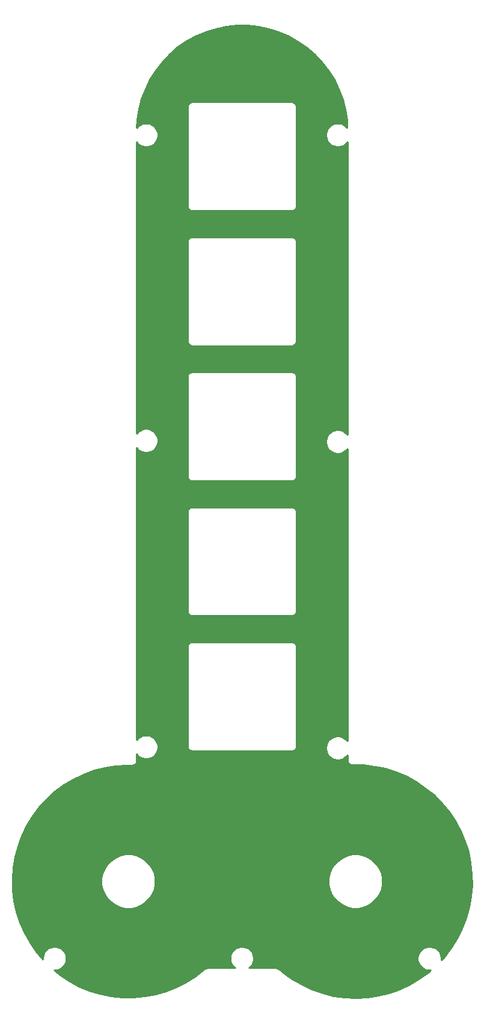
<source format=gbr>
%TF.GenerationSoftware,KiCad,Pcbnew,(5.1.6)-1*%
%TF.CreationDate,2021-02-24T16:46:43-06:00*%
%TF.ProjectId,PR-TopPlate,50522d54-6f70-4506-9c61-74652e6b6963,rev?*%
%TF.SameCoordinates,Original*%
%TF.FileFunction,Copper,L2,Bot*%
%TF.FilePolarity,Positive*%
%FSLAX46Y46*%
G04 Gerber Fmt 4.6, Leading zero omitted, Abs format (unit mm)*
G04 Created by KiCad (PCBNEW (5.1.6)-1) date 2021-02-24 16:46:43*
%MOMM*%
%LPD*%
G01*
G04 APERTURE LIST*
%TA.AperFunction,NonConductor*%
%ADD10C,0.254000*%
%TD*%
G04 APERTURE END LIST*
D10*
G36*
X139772696Y20419104D02*
G01*
X141266308Y20265153D01*
X142736707Y19961055D01*
X144168856Y19509917D01*
X145548078Y18916363D01*
X146860267Y18186463D01*
X148091965Y17327705D01*
X149230577Y16348868D01*
X150264447Y15259974D01*
X151182982Y14072179D01*
X151976780Y12797642D01*
X152637715Y11449412D01*
X153159019Y10041289D01*
X153535357Y8587684D01*
X153762945Y7103024D01*
X153818892Y6035499D01*
X153798658Y6065781D01*
X153565781Y6298658D01*
X153291947Y6481628D01*
X152987678Y6607660D01*
X152664669Y6671910D01*
X152335331Y6671910D01*
X152012322Y6607660D01*
X151708053Y6481628D01*
X151434219Y6298658D01*
X151201342Y6065781D01*
X151018372Y5791947D01*
X150892340Y5487678D01*
X150828090Y5164669D01*
X150828090Y4835331D01*
X150892340Y4512322D01*
X151018372Y4208053D01*
X151201342Y3934219D01*
X151434219Y3701342D01*
X151708053Y3518372D01*
X152012322Y3392340D01*
X152335331Y3328090D01*
X152664669Y3328090D01*
X152987678Y3392340D01*
X153291947Y3518372D01*
X153565781Y3701342D01*
X153798658Y3934219D01*
X153840001Y3996093D01*
X153839995Y-37146085D01*
X153798658Y-37084219D01*
X153565781Y-36851342D01*
X153291947Y-36668372D01*
X152987678Y-36542340D01*
X152664669Y-36478090D01*
X152335331Y-36478090D01*
X152012322Y-36542340D01*
X151708053Y-36668372D01*
X151434219Y-36851342D01*
X151201342Y-37084219D01*
X151018372Y-37358053D01*
X150892340Y-37662322D01*
X150828090Y-37985331D01*
X150828090Y-38314669D01*
X150892340Y-38637678D01*
X151018372Y-38941947D01*
X151201342Y-39215781D01*
X151434219Y-39448658D01*
X151708053Y-39631628D01*
X152012322Y-39757660D01*
X152335331Y-39821910D01*
X152664669Y-39821910D01*
X152987678Y-39757660D01*
X153291947Y-39631628D01*
X153565781Y-39448658D01*
X153798658Y-39215781D01*
X153839995Y-39153916D01*
X153839989Y-80246076D01*
X153798658Y-80184219D01*
X153565781Y-79951342D01*
X153291947Y-79768372D01*
X152987678Y-79642340D01*
X152664669Y-79578090D01*
X152335331Y-79578090D01*
X152012322Y-79642340D01*
X151708053Y-79768372D01*
X151434219Y-79951342D01*
X151201342Y-80184219D01*
X151018372Y-80458053D01*
X150892340Y-80762322D01*
X150828090Y-81085331D01*
X150828090Y-81414669D01*
X150892340Y-81737678D01*
X151018372Y-82041947D01*
X151201342Y-82315781D01*
X151434219Y-82548658D01*
X151708053Y-82731628D01*
X152012322Y-82857660D01*
X152335331Y-82921910D01*
X152664669Y-82921910D01*
X152987678Y-82857660D01*
X153291947Y-82731628D01*
X153565781Y-82548658D01*
X153798658Y-82315781D01*
X153839989Y-82253925D01*
X153839989Y-82993861D01*
X153849539Y-83090825D01*
X153887279Y-83215235D01*
X153948564Y-83329892D01*
X154031041Y-83430390D01*
X154131539Y-83512867D01*
X154246196Y-83574152D01*
X154370606Y-83611892D01*
X154499989Y-83624635D01*
X154526257Y-83622048D01*
X156091350Y-83651254D01*
X157653284Y-83831123D01*
X159190798Y-84159869D01*
X160689701Y-84634460D01*
X162136236Y-85250537D01*
X163517054Y-86002417D01*
X164819448Y-86883180D01*
X166031441Y-87884728D01*
X167141847Y-88997815D01*
X168140463Y-90212213D01*
X169018081Y-91516728D01*
X169766632Y-92899358D01*
X170379215Y-94347366D01*
X170850194Y-95847425D01*
X171175228Y-97385711D01*
X171351329Y-98948076D01*
X171376874Y-100520123D01*
X171251625Y-102087396D01*
X170976742Y-103635417D01*
X170554745Y-105149993D01*
X169989530Y-106617138D01*
X169286300Y-108023352D01*
X168451520Y-109355700D01*
X167492889Y-110601897D01*
X167062413Y-111062412D01*
X167071910Y-111014669D01*
X167071910Y-110685331D01*
X167007660Y-110362322D01*
X166881628Y-110058053D01*
X166698658Y-109784219D01*
X166465781Y-109551342D01*
X166191947Y-109368372D01*
X165887678Y-109242340D01*
X165564669Y-109178090D01*
X165235331Y-109178090D01*
X164912322Y-109242340D01*
X164608053Y-109368372D01*
X164334219Y-109551342D01*
X164101342Y-109784219D01*
X163918372Y-110058053D01*
X163792340Y-110362322D01*
X163728090Y-110685331D01*
X163728090Y-111014669D01*
X163792340Y-111337678D01*
X163918372Y-111641947D01*
X164101342Y-111915781D01*
X164334219Y-112148658D01*
X164608053Y-112331628D01*
X164912322Y-112457660D01*
X165235331Y-112521910D01*
X165545162Y-112521910D01*
X165240421Y-112790868D01*
X163967325Y-113713482D01*
X162611665Y-114509827D01*
X161185918Y-115172572D01*
X159703205Y-115695617D01*
X158177207Y-116074137D01*
X156621935Y-116304657D01*
X155051736Y-116385049D01*
X153481061Y-116314574D01*
X151924369Y-116093881D01*
X150395996Y-115725002D01*
X148910018Y-115211332D01*
X147480123Y-114557609D01*
X146119459Y-113769840D01*
X144834117Y-112850676D01*
X144270130Y-112382491D01*
X144268948Y-112381051D01*
X144168450Y-112298574D01*
X144053793Y-112237289D01*
X143929383Y-112199549D01*
X143832419Y-112189999D01*
X140003909Y-112190000D01*
X140065781Y-112148658D01*
X140298658Y-111915781D01*
X140481628Y-111641947D01*
X140607660Y-111337678D01*
X140671910Y-111014669D01*
X140671910Y-110685331D01*
X140607660Y-110362322D01*
X140481628Y-110058053D01*
X140298658Y-109784219D01*
X140065781Y-109551342D01*
X139791947Y-109368372D01*
X139487678Y-109242340D01*
X139164669Y-109178090D01*
X138835331Y-109178090D01*
X138512322Y-109242340D01*
X138208053Y-109368372D01*
X137934219Y-109551342D01*
X137701342Y-109784219D01*
X137518372Y-110058053D01*
X137392340Y-110362322D01*
X137328090Y-110685331D01*
X137328090Y-111014669D01*
X137392340Y-111337678D01*
X137518372Y-111641947D01*
X137701342Y-111915781D01*
X137934219Y-112148658D01*
X137996092Y-112190000D01*
X134067581Y-112190001D01*
X133970617Y-112199551D01*
X133846207Y-112237291D01*
X133731550Y-112298576D01*
X133687163Y-112335004D01*
X132435254Y-113315599D01*
X131115577Y-114158623D01*
X129721171Y-114871283D01*
X128264875Y-115447016D01*
X126760112Y-115880515D01*
X125220719Y-116167795D01*
X123660872Y-116306209D01*
X122094957Y-116294480D01*
X120537373Y-116132720D01*
X119002445Y-115822413D01*
X117504351Y-115366426D01*
X116056838Y-114768943D01*
X114673265Y-114035479D01*
X113366354Y-113172778D01*
X112560563Y-112521910D01*
X112764669Y-112521910D01*
X113087678Y-112457660D01*
X113391947Y-112331628D01*
X113665781Y-112148658D01*
X113898658Y-111915781D01*
X114081628Y-111641947D01*
X114207660Y-111337678D01*
X114271910Y-111014669D01*
X114271910Y-110685331D01*
X114207660Y-110362322D01*
X114081628Y-110058053D01*
X113898658Y-109784219D01*
X113665781Y-109551342D01*
X113391947Y-109368372D01*
X113087678Y-109242340D01*
X112764669Y-109178090D01*
X112435331Y-109178090D01*
X112112322Y-109242340D01*
X111808053Y-109368372D01*
X111534219Y-109551342D01*
X111301342Y-109784219D01*
X111118372Y-110058053D01*
X110992340Y-110362322D01*
X110928090Y-110685331D01*
X110928090Y-110971582D01*
X110021805Y-109894224D01*
X109133233Y-108604764D01*
X108372343Y-107236078D01*
X107746134Y-105800756D01*
X107260382Y-104312032D01*
X106919555Y-102783611D01*
X106726789Y-101229560D01*
X106683860Y-99664179D01*
X106686578Y-99624594D01*
X119188442Y-99624594D01*
X119188442Y-100375406D01*
X119334919Y-101111790D01*
X119622242Y-101805450D01*
X120039370Y-102429726D01*
X120570274Y-102960630D01*
X121194550Y-103377758D01*
X121888210Y-103665081D01*
X122624594Y-103811558D01*
X123375406Y-103811558D01*
X124111790Y-103665081D01*
X124805450Y-103377758D01*
X125429726Y-102960630D01*
X125960630Y-102429726D01*
X126377758Y-101805450D01*
X126665081Y-101111790D01*
X126811558Y-100375406D01*
X126811558Y-99624594D01*
X151188442Y-99624594D01*
X151188442Y-100375406D01*
X151334919Y-101111790D01*
X151622242Y-101805450D01*
X152039370Y-102429726D01*
X152570274Y-102960630D01*
X153194550Y-103377758D01*
X153888210Y-103665081D01*
X154624594Y-103811558D01*
X155375406Y-103811558D01*
X156111790Y-103665081D01*
X156805450Y-103377758D01*
X157429726Y-102960630D01*
X157960630Y-102429726D01*
X158377758Y-101805450D01*
X158665081Y-101111790D01*
X158811558Y-100375406D01*
X158811558Y-99624594D01*
X158665081Y-98888210D01*
X158377758Y-98194550D01*
X157960630Y-97570274D01*
X157429726Y-97039370D01*
X156805450Y-96622242D01*
X156111790Y-96334919D01*
X155375406Y-96188442D01*
X154624594Y-96188442D01*
X153888210Y-96334919D01*
X153194550Y-96622242D01*
X152570274Y-97039370D01*
X152039370Y-97570274D01*
X151622242Y-98194550D01*
X151334919Y-98888210D01*
X151188442Y-99624594D01*
X126811558Y-99624594D01*
X126665081Y-98888210D01*
X126377758Y-98194550D01*
X125960630Y-97570274D01*
X125429726Y-97039370D01*
X124805450Y-96622242D01*
X124111790Y-96334919D01*
X123375406Y-96188442D01*
X122624594Y-96188442D01*
X121888210Y-96334919D01*
X121194550Y-96622242D01*
X120570274Y-97039370D01*
X120039370Y-97570274D01*
X119622242Y-98194550D01*
X119334919Y-98888210D01*
X119188442Y-99624594D01*
X106686578Y-99624594D01*
X106791164Y-98101890D01*
X107047713Y-96557078D01*
X107451144Y-95043969D01*
X107997737Y-93576504D01*
X108682469Y-92168174D01*
X109499039Y-90831946D01*
X110439914Y-89580141D01*
X111496429Y-88424291D01*
X112658870Y-87375015D01*
X113916543Y-86441976D01*
X115257834Y-85633787D01*
X116670420Y-84957872D01*
X118141277Y-84420462D01*
X119656889Y-84026497D01*
X121203262Y-83779614D01*
X122774843Y-83681540D01*
X123462667Y-83686692D01*
X123497538Y-83690127D01*
X123626921Y-83677388D01*
X123751332Y-83639651D01*
X123865990Y-83578370D01*
X123966491Y-83495895D01*
X124048970Y-83395400D01*
X124110259Y-83280744D01*
X124148002Y-83156335D01*
X124157555Y-83059372D01*
X124157581Y-82100289D01*
X124201342Y-82165781D01*
X124434219Y-82398658D01*
X124708053Y-82581628D01*
X125012322Y-82707660D01*
X125335331Y-82771910D01*
X125664669Y-82771910D01*
X125987678Y-82707660D01*
X126291947Y-82581628D01*
X126565781Y-82398658D01*
X126798658Y-82165781D01*
X126981628Y-81891947D01*
X127107660Y-81587678D01*
X127171910Y-81264669D01*
X127171910Y-80935331D01*
X127107660Y-80612322D01*
X126981628Y-80308053D01*
X126798658Y-80034219D01*
X126565781Y-79801342D01*
X126291947Y-79618372D01*
X125987678Y-79492340D01*
X125664669Y-79428090D01*
X125335331Y-79428090D01*
X125012322Y-79492340D01*
X124708053Y-79618372D01*
X124434219Y-79801342D01*
X124201342Y-80034219D01*
X124157637Y-80099629D01*
X124157997Y-67000000D01*
X131336807Y-67000000D01*
X131340001Y-67032429D01*
X131340000Y-80967581D01*
X131336807Y-81000000D01*
X131349550Y-81129383D01*
X131387290Y-81253793D01*
X131448575Y-81368450D01*
X131531052Y-81468948D01*
X131631550Y-81551425D01*
X131746207Y-81612710D01*
X131870617Y-81650450D01*
X132000000Y-81663193D01*
X132032419Y-81660000D01*
X145967581Y-81660000D01*
X146000000Y-81663193D01*
X146032419Y-81660000D01*
X146129383Y-81650450D01*
X146253793Y-81612710D01*
X146368450Y-81551425D01*
X146468948Y-81468948D01*
X146551425Y-81368450D01*
X146612710Y-81253793D01*
X146650450Y-81129383D01*
X146663193Y-81000000D01*
X146660000Y-80967581D01*
X146660000Y-67032419D01*
X146663193Y-67000000D01*
X146650450Y-66870617D01*
X146612710Y-66746207D01*
X146551425Y-66631550D01*
X146468948Y-66531052D01*
X146368450Y-66448575D01*
X146253793Y-66387290D01*
X146129383Y-66349550D01*
X146032419Y-66340000D01*
X146000000Y-66336807D01*
X145967581Y-66340000D01*
X132032419Y-66340000D01*
X132000000Y-66336807D01*
X131967581Y-66340000D01*
X131870617Y-66349550D01*
X131746207Y-66387290D01*
X131631550Y-66448575D01*
X131531052Y-66531052D01*
X131448575Y-66631550D01*
X131387290Y-66746207D01*
X131349550Y-66870617D01*
X131336807Y-67000000D01*
X124157997Y-67000000D01*
X124158520Y-48000000D01*
X131336807Y-48000000D01*
X131340001Y-48032429D01*
X131340000Y-61967581D01*
X131336807Y-62000000D01*
X131349550Y-62129383D01*
X131387290Y-62253793D01*
X131448575Y-62368450D01*
X131531052Y-62468948D01*
X131631550Y-62551425D01*
X131746207Y-62612710D01*
X131870617Y-62650450D01*
X132000000Y-62663193D01*
X132032419Y-62660000D01*
X145967581Y-62660000D01*
X146000000Y-62663193D01*
X146032419Y-62660000D01*
X146129383Y-62650450D01*
X146253793Y-62612710D01*
X146368450Y-62551425D01*
X146468948Y-62468948D01*
X146551425Y-62368450D01*
X146612710Y-62253793D01*
X146650450Y-62129383D01*
X146663193Y-62000000D01*
X146660000Y-61967581D01*
X146660000Y-48032419D01*
X146663193Y-48000000D01*
X146650450Y-47870617D01*
X146612710Y-47746207D01*
X146551425Y-47631550D01*
X146468948Y-47531052D01*
X146368450Y-47448575D01*
X146253793Y-47387290D01*
X146129383Y-47349550D01*
X146032419Y-47340000D01*
X146000000Y-47336807D01*
X145967581Y-47340000D01*
X132032419Y-47340000D01*
X132000000Y-47336807D01*
X131967581Y-47340000D01*
X131870617Y-47349550D01*
X131746207Y-47387290D01*
X131631550Y-47448575D01*
X131531052Y-47531052D01*
X131448575Y-47631550D01*
X131387290Y-47746207D01*
X131349550Y-47870617D01*
X131336807Y-48000000D01*
X124158520Y-48000000D01*
X124158769Y-39002066D01*
X124201342Y-39065781D01*
X124434219Y-39298658D01*
X124708053Y-39481628D01*
X125012322Y-39607660D01*
X125335331Y-39671910D01*
X125664669Y-39671910D01*
X125987678Y-39607660D01*
X126291947Y-39481628D01*
X126565781Y-39298658D01*
X126798658Y-39065781D01*
X126981628Y-38791947D01*
X127107660Y-38487678D01*
X127171910Y-38164669D01*
X127171910Y-37835331D01*
X127107660Y-37512322D01*
X126981628Y-37208053D01*
X126798658Y-36934219D01*
X126565781Y-36701342D01*
X126291947Y-36518372D01*
X125987678Y-36392340D01*
X125664669Y-36328090D01*
X125335331Y-36328090D01*
X125012322Y-36392340D01*
X124708053Y-36518372D01*
X124434219Y-36701342D01*
X124201342Y-36934219D01*
X124158824Y-36997852D01*
X124159044Y-29000000D01*
X131336807Y-29000000D01*
X131340001Y-29032429D01*
X131340000Y-42967581D01*
X131336807Y-43000000D01*
X131349550Y-43129383D01*
X131387290Y-43253793D01*
X131448575Y-43368450D01*
X131531052Y-43468948D01*
X131631550Y-43551425D01*
X131746207Y-43612710D01*
X131870617Y-43650450D01*
X132000000Y-43663193D01*
X132032419Y-43660000D01*
X145967581Y-43660000D01*
X146000000Y-43663193D01*
X146032419Y-43660000D01*
X146129383Y-43650450D01*
X146253793Y-43612710D01*
X146368450Y-43551425D01*
X146468948Y-43468948D01*
X146551425Y-43368450D01*
X146612710Y-43253793D01*
X146650450Y-43129383D01*
X146663193Y-43000000D01*
X146660000Y-42967581D01*
X146660000Y-29032419D01*
X146663193Y-29000000D01*
X146650450Y-28870617D01*
X146612710Y-28746207D01*
X146551425Y-28631550D01*
X146468948Y-28531052D01*
X146368450Y-28448575D01*
X146253793Y-28387290D01*
X146129383Y-28349550D01*
X146032419Y-28340000D01*
X146000000Y-28336807D01*
X145967581Y-28340000D01*
X132032419Y-28340000D01*
X132000000Y-28336807D01*
X131967581Y-28340000D01*
X131870617Y-28349550D01*
X131746207Y-28387290D01*
X131631550Y-28448575D01*
X131531052Y-28531052D01*
X131448575Y-28631550D01*
X131387290Y-28746207D01*
X131349550Y-28870617D01*
X131336807Y-29000000D01*
X124159044Y-29000000D01*
X124159568Y-10000000D01*
X131336807Y-10000000D01*
X131340001Y-10032429D01*
X131340000Y-23967581D01*
X131336807Y-24000000D01*
X131349550Y-24129383D01*
X131387290Y-24253793D01*
X131448575Y-24368450D01*
X131531052Y-24468948D01*
X131631550Y-24551425D01*
X131746207Y-24612710D01*
X131870617Y-24650450D01*
X132000000Y-24663193D01*
X132032419Y-24660000D01*
X145967581Y-24660000D01*
X146000000Y-24663193D01*
X146032419Y-24660000D01*
X146129383Y-24650450D01*
X146253793Y-24612710D01*
X146368450Y-24551425D01*
X146468948Y-24468948D01*
X146551425Y-24368450D01*
X146612710Y-24253793D01*
X146650450Y-24129383D01*
X146663193Y-24000000D01*
X146660000Y-23967581D01*
X146660000Y-10032419D01*
X146663193Y-10000000D01*
X146650450Y-9870617D01*
X146612710Y-9746207D01*
X146551425Y-9631550D01*
X146468948Y-9531052D01*
X146368450Y-9448575D01*
X146253793Y-9387290D01*
X146129383Y-9349550D01*
X146032419Y-9340000D01*
X146000000Y-9336807D01*
X145967581Y-9340000D01*
X132032419Y-9340000D01*
X132000000Y-9336807D01*
X131967581Y-9340000D01*
X131870617Y-9349550D01*
X131746207Y-9387290D01*
X131631550Y-9448575D01*
X131531052Y-9531052D01*
X131448575Y-9631550D01*
X131387290Y-9746207D01*
X131349550Y-9870617D01*
X131336807Y-10000000D01*
X124159568Y-10000000D01*
X124159954Y3996161D01*
X124201342Y3934219D01*
X124434219Y3701342D01*
X124708053Y3518372D01*
X125012322Y3392340D01*
X125335331Y3328090D01*
X125664669Y3328090D01*
X125987678Y3392340D01*
X126291947Y3518372D01*
X126565781Y3701342D01*
X126798658Y3934219D01*
X126981628Y4208053D01*
X127107660Y4512322D01*
X127171910Y4835331D01*
X127171910Y5164669D01*
X127107660Y5487678D01*
X126981628Y5791947D01*
X126798658Y6065781D01*
X126565781Y6298658D01*
X126291947Y6481628D01*
X125987678Y6607660D01*
X125664669Y6671910D01*
X125335331Y6671910D01*
X125012322Y6607660D01*
X124708053Y6481628D01*
X124434219Y6298658D01*
X124201342Y6065781D01*
X124181789Y6036517D01*
X124241647Y7147213D01*
X124473554Y8630715D01*
X124570329Y9000000D01*
X131336807Y9000000D01*
X131340001Y8967571D01*
X131340000Y-4967581D01*
X131336807Y-5000000D01*
X131349550Y-5129383D01*
X131387290Y-5253793D01*
X131448575Y-5368450D01*
X131531052Y-5468948D01*
X131631550Y-5551425D01*
X131746207Y-5612710D01*
X131870617Y-5650450D01*
X132000000Y-5663193D01*
X132032419Y-5660000D01*
X145967581Y-5660000D01*
X146000000Y-5663193D01*
X146032419Y-5660000D01*
X146129383Y-5650450D01*
X146253793Y-5612710D01*
X146368450Y-5551425D01*
X146468948Y-5468948D01*
X146551425Y-5368450D01*
X146612710Y-5253793D01*
X146650450Y-5129383D01*
X146663193Y-5000000D01*
X146660000Y-4967581D01*
X146660000Y8967581D01*
X146663193Y9000000D01*
X146650450Y9129383D01*
X146612710Y9253793D01*
X146551425Y9368450D01*
X146468948Y9468948D01*
X146368450Y9551425D01*
X146253793Y9612710D01*
X146129383Y9650450D01*
X146032419Y9660000D01*
X146000000Y9663193D01*
X145967581Y9660000D01*
X132032419Y9660000D01*
X132000000Y9663193D01*
X131967581Y9660000D01*
X131870617Y9650450D01*
X131746207Y9612710D01*
X131631550Y9551425D01*
X131531052Y9468948D01*
X131448575Y9368450D01*
X131387290Y9253793D01*
X131349550Y9129383D01*
X131336807Y9000000D01*
X124570329Y9000000D01*
X124854193Y10083191D01*
X125379666Y11489769D01*
X126044591Y12836038D01*
X126842161Y14108220D01*
X127764205Y15293286D01*
X128801292Y16379111D01*
X129942796Y17354571D01*
X131177033Y18209681D01*
X132491371Y18935690D01*
X133872352Y19525160D01*
X135305830Y19972056D01*
X136777122Y20271799D01*
X138271181Y20421327D01*
X139772696Y20419104D01*
G37*
X139772696Y20419104D02*
X141266308Y20265153D01*
X142736707Y19961055D01*
X144168856Y19509917D01*
X145548078Y18916363D01*
X146860267Y18186463D01*
X148091965Y17327705D01*
X149230577Y16348868D01*
X150264447Y15259974D01*
X151182982Y14072179D01*
X151976780Y12797642D01*
X152637715Y11449412D01*
X153159019Y10041289D01*
X153535357Y8587684D01*
X153762945Y7103024D01*
X153818892Y6035499D01*
X153798658Y6065781D01*
X153565781Y6298658D01*
X153291947Y6481628D01*
X152987678Y6607660D01*
X152664669Y6671910D01*
X152335331Y6671910D01*
X152012322Y6607660D01*
X151708053Y6481628D01*
X151434219Y6298658D01*
X151201342Y6065781D01*
X151018372Y5791947D01*
X150892340Y5487678D01*
X150828090Y5164669D01*
X150828090Y4835331D01*
X150892340Y4512322D01*
X151018372Y4208053D01*
X151201342Y3934219D01*
X151434219Y3701342D01*
X151708053Y3518372D01*
X152012322Y3392340D01*
X152335331Y3328090D01*
X152664669Y3328090D01*
X152987678Y3392340D01*
X153291947Y3518372D01*
X153565781Y3701342D01*
X153798658Y3934219D01*
X153840001Y3996093D01*
X153839995Y-37146085D01*
X153798658Y-37084219D01*
X153565781Y-36851342D01*
X153291947Y-36668372D01*
X152987678Y-36542340D01*
X152664669Y-36478090D01*
X152335331Y-36478090D01*
X152012322Y-36542340D01*
X151708053Y-36668372D01*
X151434219Y-36851342D01*
X151201342Y-37084219D01*
X151018372Y-37358053D01*
X150892340Y-37662322D01*
X150828090Y-37985331D01*
X150828090Y-38314669D01*
X150892340Y-38637678D01*
X151018372Y-38941947D01*
X151201342Y-39215781D01*
X151434219Y-39448658D01*
X151708053Y-39631628D01*
X152012322Y-39757660D01*
X152335331Y-39821910D01*
X152664669Y-39821910D01*
X152987678Y-39757660D01*
X153291947Y-39631628D01*
X153565781Y-39448658D01*
X153798658Y-39215781D01*
X153839995Y-39153916D01*
X153839989Y-80246076D01*
X153798658Y-80184219D01*
X153565781Y-79951342D01*
X153291947Y-79768372D01*
X152987678Y-79642340D01*
X152664669Y-79578090D01*
X152335331Y-79578090D01*
X152012322Y-79642340D01*
X151708053Y-79768372D01*
X151434219Y-79951342D01*
X151201342Y-80184219D01*
X151018372Y-80458053D01*
X150892340Y-80762322D01*
X150828090Y-81085331D01*
X150828090Y-81414669D01*
X150892340Y-81737678D01*
X151018372Y-82041947D01*
X151201342Y-82315781D01*
X151434219Y-82548658D01*
X151708053Y-82731628D01*
X152012322Y-82857660D01*
X152335331Y-82921910D01*
X152664669Y-82921910D01*
X152987678Y-82857660D01*
X153291947Y-82731628D01*
X153565781Y-82548658D01*
X153798658Y-82315781D01*
X153839989Y-82253925D01*
X153839989Y-82993861D01*
X153849539Y-83090825D01*
X153887279Y-83215235D01*
X153948564Y-83329892D01*
X154031041Y-83430390D01*
X154131539Y-83512867D01*
X154246196Y-83574152D01*
X154370606Y-83611892D01*
X154499989Y-83624635D01*
X154526257Y-83622048D01*
X156091350Y-83651254D01*
X157653284Y-83831123D01*
X159190798Y-84159869D01*
X160689701Y-84634460D01*
X162136236Y-85250537D01*
X163517054Y-86002417D01*
X164819448Y-86883180D01*
X166031441Y-87884728D01*
X167141847Y-88997815D01*
X168140463Y-90212213D01*
X169018081Y-91516728D01*
X169766632Y-92899358D01*
X170379215Y-94347366D01*
X170850194Y-95847425D01*
X171175228Y-97385711D01*
X171351329Y-98948076D01*
X171376874Y-100520123D01*
X171251625Y-102087396D01*
X170976742Y-103635417D01*
X170554745Y-105149993D01*
X169989530Y-106617138D01*
X169286300Y-108023352D01*
X168451520Y-109355700D01*
X167492889Y-110601897D01*
X167062413Y-111062412D01*
X167071910Y-111014669D01*
X167071910Y-110685331D01*
X167007660Y-110362322D01*
X166881628Y-110058053D01*
X166698658Y-109784219D01*
X166465781Y-109551342D01*
X166191947Y-109368372D01*
X165887678Y-109242340D01*
X165564669Y-109178090D01*
X165235331Y-109178090D01*
X164912322Y-109242340D01*
X164608053Y-109368372D01*
X164334219Y-109551342D01*
X164101342Y-109784219D01*
X163918372Y-110058053D01*
X163792340Y-110362322D01*
X163728090Y-110685331D01*
X163728090Y-111014669D01*
X163792340Y-111337678D01*
X163918372Y-111641947D01*
X164101342Y-111915781D01*
X164334219Y-112148658D01*
X164608053Y-112331628D01*
X164912322Y-112457660D01*
X165235331Y-112521910D01*
X165545162Y-112521910D01*
X165240421Y-112790868D01*
X163967325Y-113713482D01*
X162611665Y-114509827D01*
X161185918Y-115172572D01*
X159703205Y-115695617D01*
X158177207Y-116074137D01*
X156621935Y-116304657D01*
X155051736Y-116385049D01*
X153481061Y-116314574D01*
X151924369Y-116093881D01*
X150395996Y-115725002D01*
X148910018Y-115211332D01*
X147480123Y-114557609D01*
X146119459Y-113769840D01*
X144834117Y-112850676D01*
X144270130Y-112382491D01*
X144268948Y-112381051D01*
X144168450Y-112298574D01*
X144053793Y-112237289D01*
X143929383Y-112199549D01*
X143832419Y-112189999D01*
X140003909Y-112190000D01*
X140065781Y-112148658D01*
X140298658Y-111915781D01*
X140481628Y-111641947D01*
X140607660Y-111337678D01*
X140671910Y-111014669D01*
X140671910Y-110685331D01*
X140607660Y-110362322D01*
X140481628Y-110058053D01*
X140298658Y-109784219D01*
X140065781Y-109551342D01*
X139791947Y-109368372D01*
X139487678Y-109242340D01*
X139164669Y-109178090D01*
X138835331Y-109178090D01*
X138512322Y-109242340D01*
X138208053Y-109368372D01*
X137934219Y-109551342D01*
X137701342Y-109784219D01*
X137518372Y-110058053D01*
X137392340Y-110362322D01*
X137328090Y-110685331D01*
X137328090Y-111014669D01*
X137392340Y-111337678D01*
X137518372Y-111641947D01*
X137701342Y-111915781D01*
X137934219Y-112148658D01*
X137996092Y-112190000D01*
X134067581Y-112190001D01*
X133970617Y-112199551D01*
X133846207Y-112237291D01*
X133731550Y-112298576D01*
X133687163Y-112335004D01*
X132435254Y-113315599D01*
X131115577Y-114158623D01*
X129721171Y-114871283D01*
X128264875Y-115447016D01*
X126760112Y-115880515D01*
X125220719Y-116167795D01*
X123660872Y-116306209D01*
X122094957Y-116294480D01*
X120537373Y-116132720D01*
X119002445Y-115822413D01*
X117504351Y-115366426D01*
X116056838Y-114768943D01*
X114673265Y-114035479D01*
X113366354Y-113172778D01*
X112560563Y-112521910D01*
X112764669Y-112521910D01*
X113087678Y-112457660D01*
X113391947Y-112331628D01*
X113665781Y-112148658D01*
X113898658Y-111915781D01*
X114081628Y-111641947D01*
X114207660Y-111337678D01*
X114271910Y-111014669D01*
X114271910Y-110685331D01*
X114207660Y-110362322D01*
X114081628Y-110058053D01*
X113898658Y-109784219D01*
X113665781Y-109551342D01*
X113391947Y-109368372D01*
X113087678Y-109242340D01*
X112764669Y-109178090D01*
X112435331Y-109178090D01*
X112112322Y-109242340D01*
X111808053Y-109368372D01*
X111534219Y-109551342D01*
X111301342Y-109784219D01*
X111118372Y-110058053D01*
X110992340Y-110362322D01*
X110928090Y-110685331D01*
X110928090Y-110971582D01*
X110021805Y-109894224D01*
X109133233Y-108604764D01*
X108372343Y-107236078D01*
X107746134Y-105800756D01*
X107260382Y-104312032D01*
X106919555Y-102783611D01*
X106726789Y-101229560D01*
X106683860Y-99664179D01*
X106686578Y-99624594D01*
X119188442Y-99624594D01*
X119188442Y-100375406D01*
X119334919Y-101111790D01*
X119622242Y-101805450D01*
X120039370Y-102429726D01*
X120570274Y-102960630D01*
X121194550Y-103377758D01*
X121888210Y-103665081D01*
X122624594Y-103811558D01*
X123375406Y-103811558D01*
X124111790Y-103665081D01*
X124805450Y-103377758D01*
X125429726Y-102960630D01*
X125960630Y-102429726D01*
X126377758Y-101805450D01*
X126665081Y-101111790D01*
X126811558Y-100375406D01*
X126811558Y-99624594D01*
X151188442Y-99624594D01*
X151188442Y-100375406D01*
X151334919Y-101111790D01*
X151622242Y-101805450D01*
X152039370Y-102429726D01*
X152570274Y-102960630D01*
X153194550Y-103377758D01*
X153888210Y-103665081D01*
X154624594Y-103811558D01*
X155375406Y-103811558D01*
X156111790Y-103665081D01*
X156805450Y-103377758D01*
X157429726Y-102960630D01*
X157960630Y-102429726D01*
X158377758Y-101805450D01*
X158665081Y-101111790D01*
X158811558Y-100375406D01*
X158811558Y-99624594D01*
X158665081Y-98888210D01*
X158377758Y-98194550D01*
X157960630Y-97570274D01*
X157429726Y-97039370D01*
X156805450Y-96622242D01*
X156111790Y-96334919D01*
X155375406Y-96188442D01*
X154624594Y-96188442D01*
X153888210Y-96334919D01*
X153194550Y-96622242D01*
X152570274Y-97039370D01*
X152039370Y-97570274D01*
X151622242Y-98194550D01*
X151334919Y-98888210D01*
X151188442Y-99624594D01*
X126811558Y-99624594D01*
X126665081Y-98888210D01*
X126377758Y-98194550D01*
X125960630Y-97570274D01*
X125429726Y-97039370D01*
X124805450Y-96622242D01*
X124111790Y-96334919D01*
X123375406Y-96188442D01*
X122624594Y-96188442D01*
X121888210Y-96334919D01*
X121194550Y-96622242D01*
X120570274Y-97039370D01*
X120039370Y-97570274D01*
X119622242Y-98194550D01*
X119334919Y-98888210D01*
X119188442Y-99624594D01*
X106686578Y-99624594D01*
X106791164Y-98101890D01*
X107047713Y-96557078D01*
X107451144Y-95043969D01*
X107997737Y-93576504D01*
X108682469Y-92168174D01*
X109499039Y-90831946D01*
X110439914Y-89580141D01*
X111496429Y-88424291D01*
X112658870Y-87375015D01*
X113916543Y-86441976D01*
X115257834Y-85633787D01*
X116670420Y-84957872D01*
X118141277Y-84420462D01*
X119656889Y-84026497D01*
X121203262Y-83779614D01*
X122774843Y-83681540D01*
X123462667Y-83686692D01*
X123497538Y-83690127D01*
X123626921Y-83677388D01*
X123751332Y-83639651D01*
X123865990Y-83578370D01*
X123966491Y-83495895D01*
X124048970Y-83395400D01*
X124110259Y-83280744D01*
X124148002Y-83156335D01*
X124157555Y-83059372D01*
X124157581Y-82100289D01*
X124201342Y-82165781D01*
X124434219Y-82398658D01*
X124708053Y-82581628D01*
X125012322Y-82707660D01*
X125335331Y-82771910D01*
X125664669Y-82771910D01*
X125987678Y-82707660D01*
X126291947Y-82581628D01*
X126565781Y-82398658D01*
X126798658Y-82165781D01*
X126981628Y-81891947D01*
X127107660Y-81587678D01*
X127171910Y-81264669D01*
X127171910Y-80935331D01*
X127107660Y-80612322D01*
X126981628Y-80308053D01*
X126798658Y-80034219D01*
X126565781Y-79801342D01*
X126291947Y-79618372D01*
X125987678Y-79492340D01*
X125664669Y-79428090D01*
X125335331Y-79428090D01*
X125012322Y-79492340D01*
X124708053Y-79618372D01*
X124434219Y-79801342D01*
X124201342Y-80034219D01*
X124157637Y-80099629D01*
X124157997Y-67000000D01*
X131336807Y-67000000D01*
X131340001Y-67032429D01*
X131340000Y-80967581D01*
X131336807Y-81000000D01*
X131349550Y-81129383D01*
X131387290Y-81253793D01*
X131448575Y-81368450D01*
X131531052Y-81468948D01*
X131631550Y-81551425D01*
X131746207Y-81612710D01*
X131870617Y-81650450D01*
X132000000Y-81663193D01*
X132032419Y-81660000D01*
X145967581Y-81660000D01*
X146000000Y-81663193D01*
X146032419Y-81660000D01*
X146129383Y-81650450D01*
X146253793Y-81612710D01*
X146368450Y-81551425D01*
X146468948Y-81468948D01*
X146551425Y-81368450D01*
X146612710Y-81253793D01*
X146650450Y-81129383D01*
X146663193Y-81000000D01*
X146660000Y-80967581D01*
X146660000Y-67032419D01*
X146663193Y-67000000D01*
X146650450Y-66870617D01*
X146612710Y-66746207D01*
X146551425Y-66631550D01*
X146468948Y-66531052D01*
X146368450Y-66448575D01*
X146253793Y-66387290D01*
X146129383Y-66349550D01*
X146032419Y-66340000D01*
X146000000Y-66336807D01*
X145967581Y-66340000D01*
X132032419Y-66340000D01*
X132000000Y-66336807D01*
X131967581Y-66340000D01*
X131870617Y-66349550D01*
X131746207Y-66387290D01*
X131631550Y-66448575D01*
X131531052Y-66531052D01*
X131448575Y-66631550D01*
X131387290Y-66746207D01*
X131349550Y-66870617D01*
X131336807Y-67000000D01*
X124157997Y-67000000D01*
X124158520Y-48000000D01*
X131336807Y-48000000D01*
X131340001Y-48032429D01*
X131340000Y-61967581D01*
X131336807Y-62000000D01*
X131349550Y-62129383D01*
X131387290Y-62253793D01*
X131448575Y-62368450D01*
X131531052Y-62468948D01*
X131631550Y-62551425D01*
X131746207Y-62612710D01*
X131870617Y-62650450D01*
X132000000Y-62663193D01*
X132032419Y-62660000D01*
X145967581Y-62660000D01*
X146000000Y-62663193D01*
X146032419Y-62660000D01*
X146129383Y-62650450D01*
X146253793Y-62612710D01*
X146368450Y-62551425D01*
X146468948Y-62468948D01*
X146551425Y-62368450D01*
X146612710Y-62253793D01*
X146650450Y-62129383D01*
X146663193Y-62000000D01*
X146660000Y-61967581D01*
X146660000Y-48032419D01*
X146663193Y-48000000D01*
X146650450Y-47870617D01*
X146612710Y-47746207D01*
X146551425Y-47631550D01*
X146468948Y-47531052D01*
X146368450Y-47448575D01*
X146253793Y-47387290D01*
X146129383Y-47349550D01*
X146032419Y-47340000D01*
X146000000Y-47336807D01*
X145967581Y-47340000D01*
X132032419Y-47340000D01*
X132000000Y-47336807D01*
X131967581Y-47340000D01*
X131870617Y-47349550D01*
X131746207Y-47387290D01*
X131631550Y-47448575D01*
X131531052Y-47531052D01*
X131448575Y-47631550D01*
X131387290Y-47746207D01*
X131349550Y-47870617D01*
X131336807Y-48000000D01*
X124158520Y-48000000D01*
X124158769Y-39002066D01*
X124201342Y-39065781D01*
X124434219Y-39298658D01*
X124708053Y-39481628D01*
X125012322Y-39607660D01*
X125335331Y-39671910D01*
X125664669Y-39671910D01*
X125987678Y-39607660D01*
X126291947Y-39481628D01*
X126565781Y-39298658D01*
X126798658Y-39065781D01*
X126981628Y-38791947D01*
X127107660Y-38487678D01*
X127171910Y-38164669D01*
X127171910Y-37835331D01*
X127107660Y-37512322D01*
X126981628Y-37208053D01*
X126798658Y-36934219D01*
X126565781Y-36701342D01*
X126291947Y-36518372D01*
X125987678Y-36392340D01*
X125664669Y-36328090D01*
X125335331Y-36328090D01*
X125012322Y-36392340D01*
X124708053Y-36518372D01*
X124434219Y-36701342D01*
X124201342Y-36934219D01*
X124158824Y-36997852D01*
X124159044Y-29000000D01*
X131336807Y-29000000D01*
X131340001Y-29032429D01*
X131340000Y-42967581D01*
X131336807Y-43000000D01*
X131349550Y-43129383D01*
X131387290Y-43253793D01*
X131448575Y-43368450D01*
X131531052Y-43468948D01*
X131631550Y-43551425D01*
X131746207Y-43612710D01*
X131870617Y-43650450D01*
X132000000Y-43663193D01*
X132032419Y-43660000D01*
X145967581Y-43660000D01*
X146000000Y-43663193D01*
X146032419Y-43660000D01*
X146129383Y-43650450D01*
X146253793Y-43612710D01*
X146368450Y-43551425D01*
X146468948Y-43468948D01*
X146551425Y-43368450D01*
X146612710Y-43253793D01*
X146650450Y-43129383D01*
X146663193Y-43000000D01*
X146660000Y-42967581D01*
X146660000Y-29032419D01*
X146663193Y-29000000D01*
X146650450Y-28870617D01*
X146612710Y-28746207D01*
X146551425Y-28631550D01*
X146468948Y-28531052D01*
X146368450Y-28448575D01*
X146253793Y-28387290D01*
X146129383Y-28349550D01*
X146032419Y-28340000D01*
X146000000Y-28336807D01*
X145967581Y-28340000D01*
X132032419Y-28340000D01*
X132000000Y-28336807D01*
X131967581Y-28340000D01*
X131870617Y-28349550D01*
X131746207Y-28387290D01*
X131631550Y-28448575D01*
X131531052Y-28531052D01*
X131448575Y-28631550D01*
X131387290Y-28746207D01*
X131349550Y-28870617D01*
X131336807Y-29000000D01*
X124159044Y-29000000D01*
X124159568Y-10000000D01*
X131336807Y-10000000D01*
X131340001Y-10032429D01*
X131340000Y-23967581D01*
X131336807Y-24000000D01*
X131349550Y-24129383D01*
X131387290Y-24253793D01*
X131448575Y-24368450D01*
X131531052Y-24468948D01*
X131631550Y-24551425D01*
X131746207Y-24612710D01*
X131870617Y-24650450D01*
X132000000Y-24663193D01*
X132032419Y-24660000D01*
X145967581Y-24660000D01*
X146000000Y-24663193D01*
X146032419Y-24660000D01*
X146129383Y-24650450D01*
X146253793Y-24612710D01*
X146368450Y-24551425D01*
X146468948Y-24468948D01*
X146551425Y-24368450D01*
X146612710Y-24253793D01*
X146650450Y-24129383D01*
X146663193Y-24000000D01*
X146660000Y-23967581D01*
X146660000Y-10032419D01*
X146663193Y-10000000D01*
X146650450Y-9870617D01*
X146612710Y-9746207D01*
X146551425Y-9631550D01*
X146468948Y-9531052D01*
X146368450Y-9448575D01*
X146253793Y-9387290D01*
X146129383Y-9349550D01*
X146032419Y-9340000D01*
X146000000Y-9336807D01*
X145967581Y-9340000D01*
X132032419Y-9340000D01*
X132000000Y-9336807D01*
X131967581Y-9340000D01*
X131870617Y-9349550D01*
X131746207Y-9387290D01*
X131631550Y-9448575D01*
X131531052Y-9531052D01*
X131448575Y-9631550D01*
X131387290Y-9746207D01*
X131349550Y-9870617D01*
X131336807Y-10000000D01*
X124159568Y-10000000D01*
X124159954Y3996161D01*
X124201342Y3934219D01*
X124434219Y3701342D01*
X124708053Y3518372D01*
X125012322Y3392340D01*
X125335331Y3328090D01*
X125664669Y3328090D01*
X125987678Y3392340D01*
X126291947Y3518372D01*
X126565781Y3701342D01*
X126798658Y3934219D01*
X126981628Y4208053D01*
X127107660Y4512322D01*
X127171910Y4835331D01*
X127171910Y5164669D01*
X127107660Y5487678D01*
X126981628Y5791947D01*
X126798658Y6065781D01*
X126565781Y6298658D01*
X126291947Y6481628D01*
X125987678Y6607660D01*
X125664669Y6671910D01*
X125335331Y6671910D01*
X125012322Y6607660D01*
X124708053Y6481628D01*
X124434219Y6298658D01*
X124201342Y6065781D01*
X124181789Y6036517D01*
X124241647Y7147213D01*
X124473554Y8630715D01*
X124570329Y9000000D01*
X131336807Y9000000D01*
X131340001Y8967571D01*
X131340000Y-4967581D01*
X131336807Y-5000000D01*
X131349550Y-5129383D01*
X131387290Y-5253793D01*
X131448575Y-5368450D01*
X131531052Y-5468948D01*
X131631550Y-5551425D01*
X131746207Y-5612710D01*
X131870617Y-5650450D01*
X132000000Y-5663193D01*
X132032419Y-5660000D01*
X145967581Y-5660000D01*
X146000000Y-5663193D01*
X146032419Y-5660000D01*
X146129383Y-5650450D01*
X146253793Y-5612710D01*
X146368450Y-5551425D01*
X146468948Y-5468948D01*
X146551425Y-5368450D01*
X146612710Y-5253793D01*
X146650450Y-5129383D01*
X146663193Y-5000000D01*
X146660000Y-4967581D01*
X146660000Y8967581D01*
X146663193Y9000000D01*
X146650450Y9129383D01*
X146612710Y9253793D01*
X146551425Y9368450D01*
X146468948Y9468948D01*
X146368450Y9551425D01*
X146253793Y9612710D01*
X146129383Y9650450D01*
X146032419Y9660000D01*
X146000000Y9663193D01*
X145967581Y9660000D01*
X132032419Y9660000D01*
X132000000Y9663193D01*
X131967581Y9660000D01*
X131870617Y9650450D01*
X131746207Y9612710D01*
X131631550Y9551425D01*
X131531052Y9468948D01*
X131448575Y9368450D01*
X131387290Y9253793D01*
X131349550Y9129383D01*
X131336807Y9000000D01*
X124570329Y9000000D01*
X124854193Y10083191D01*
X125379666Y11489769D01*
X126044591Y12836038D01*
X126842161Y14108220D01*
X127764205Y15293286D01*
X128801292Y16379111D01*
X129942796Y17354571D01*
X131177033Y18209681D01*
X132491371Y18935690D01*
X133872352Y19525160D01*
X135305830Y19972056D01*
X136777122Y20271799D01*
X138271181Y20421327D01*
X139772696Y20419104D01*
M02*

</source>
